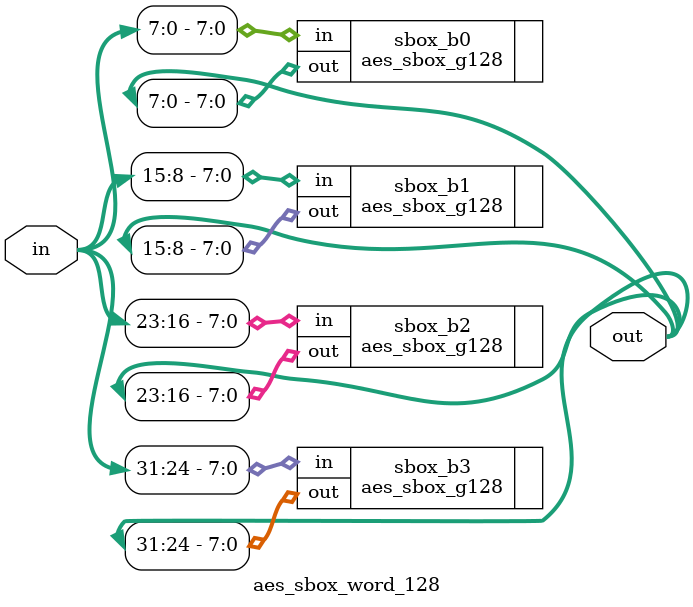
<source format=sv>
/*
* Contact : swann.l.ryan@gmail.com
* Purpose : This file contains 4 sets of the Rijndael SBOX so a whole word
*	    can be looked up simultaneously
*/


/*
*
*
* Basic SBOX
*
*/
module aes_sbox_word(input logic [31:0] in,
		     output logic [31:0] out);
		     
		     
		     
		//Declare the SBOX for (least significant) byte 0 of the input
		aes_sbox sbox_b0(.in(in[7:0]),
				 .out(out[7:0]));
		//Declare the SBOX for byte 1 of the input
		aes_sbox sbox_b1(.in(in[15:8]),
				 .out(out[15:8]));
		//Declare the SBOX for byte 2 of the input
		aes_sbox sbox_b2(.in(in[23:16]),
				 .out(out[23:16]));	
		//Declare the SBOX for byte 3 of the input	
		aes_sbox sbox_b3(.in(in[31:24]),
				 .out(out[31:24]));
		
endmodule

/*
*
*
*Canright Sbox Word
*
*/

module aes_sbox_word_canright(input logic [31:0] in,
		     output logic [31:0] out);
		     
		     
		     
		//Declare the SBOX for (least significant) byte 0 of the input
		aes_sbox_canright sbox_b0(.in(in[7:0]),
				 .out(out[7:0]));
		//Declare the SBOX for byte 1 of the input
		aes_sbox_canright sbox_b1(.in(in[15:8]),
				 .out(out[15:8]));
		//Declare the SBOX for byte 2 of the input
		aes_sbox_canright sbox_b2(.in(in[23:16]),
				 .out(out[23:16]));	
		//Declare the SBOX for byte 3 of the input	
		aes_sbox_canright sbox_b3(.in(in[31:24]),
				 .out(out[31:24]));
		
endmodule


/*
*
*
*113 gate Sbox Word
*
*/

module aes_sbox_word_g113(input logic [31:0] in,
		     output logic [31:0] out);
		     
		     
		     
		//Declare the SBOX for (least significant) byte 0 of the input
		aes_sbox_g113 sbox_b0(.in(in[7:0]),
				 .out(out[7:0]));
		//Declare the SBOX for byte 1 of the input
		aes_sbox_g113 sbox_b1(.in(in[15:8]),
				 .out(out[15:8]));
		//Declare the SBOX for byte 2 of the input
		aes_sbox_g113 sbox_b2(.in(in[23:16]),
				 .out(out[23:16]));	
		//Declare the SBOX for byte 3 of the input	
		aes_sbox_g113 sbox_b3(.in(in[31:24]),
				 .out(out[31:24]));
		
endmodule


/*
*
*
*115 Gate Sbox Word
*
*/

module aes_sbox_word_g115(input logic [31:0] in,
		     output logic [31:0] out);
		     
		     
		     
		//Declare the SBOX for (least significant) byte 0 of the input
		aes_sbox_g115 sbox_b0(.in(in[7:0]),
				 .out(out[7:0]));
		//Declare the SBOX for byte 1 of the input
		aes_sbox_g115 sbox_b1(.in(in[15:8]),
				 .out(out[15:8]));
		//Declare the SBOX for byte 2 of the input
		aes_sbox_g115 sbox_b2(.in(in[23:16]),
				 .out(out[23:16]));	
		//Declare the SBOX for byte 3 of the input	
		aes_sbox_g115 sbox_b3(.in(in[31:24]),
				 .out(out[31:24]));
		
endmodule


/*
*
*
*128 Gate Sbox Word
*
*/

module aes_sbox_word_128(input logic [31:0] in,
		     output logic [31:0] out);
		     
		     
		     
		//Declare the SBOX for (least significant) byte 0 of the input
		aes_sbox_g128 sbox_b0(.in(in[7:0]),
				 .out(out[7:0]));
		//Declare the SBOX for byte 1 of the input
		aes_sbox_g128 sbox_b1(.in(in[15:8]),
				 .out(out[15:8]));
		//Declare the SBOX for byte 2 of the input
		aes_sbox_g128 sbox_b2(.in(in[23:16]),
				 .out(out[23:16]));	
		//Declare the SBOX for byte 3 of the input	
		aes_sbox_g128 sbox_b3(.in(in[31:24]),
				 .out(out[31:24]));
		
endmodule


</source>
